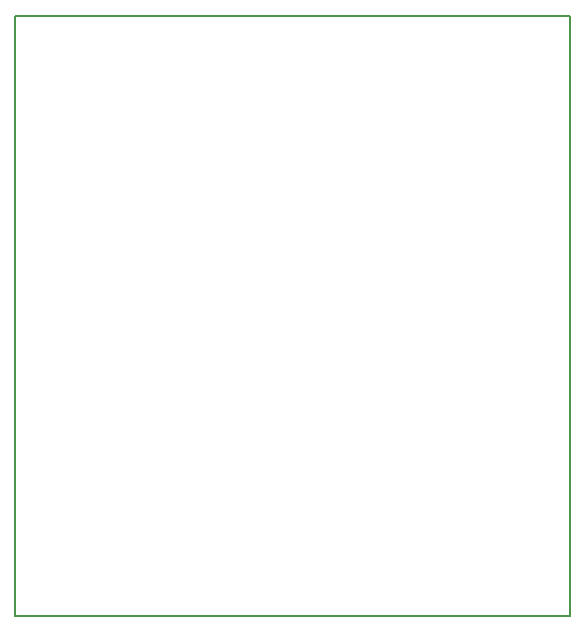
<source format=gm1>
G04 #@! TF.GenerationSoftware,KiCad,Pcbnew,5.1.9+dfsg1-1*
G04 #@! TF.CreationDate,2022-09-10T10:34:51-05:00*
G04 #@! TF.ProjectId,RockSolid,526f636b-536f-46c6-9964-2e6b69636164,rev?*
G04 #@! TF.SameCoordinates,Original*
G04 #@! TF.FileFunction,Profile,NP*
%FSLAX46Y46*%
G04 Gerber Fmt 4.6, Leading zero omitted, Abs format (unit mm)*
G04 Created by KiCad (PCBNEW 5.1.9+dfsg1-1) date 2022-09-10 10:34:51*
%MOMM*%
%LPD*%
G01*
G04 APERTURE LIST*
G04 #@! TA.AperFunction,Profile*
%ADD10C,0.150000*%
G04 #@! TD*
G04 APERTURE END LIST*
D10*
X69850000Y-45720000D02*
X69850000Y-96520000D01*
X116840000Y-45720000D02*
X116840000Y-96520000D01*
X116840000Y-45720000D02*
X69850000Y-45720000D01*
X69850000Y-96520000D02*
X116840000Y-96520000D01*
M02*

</source>
